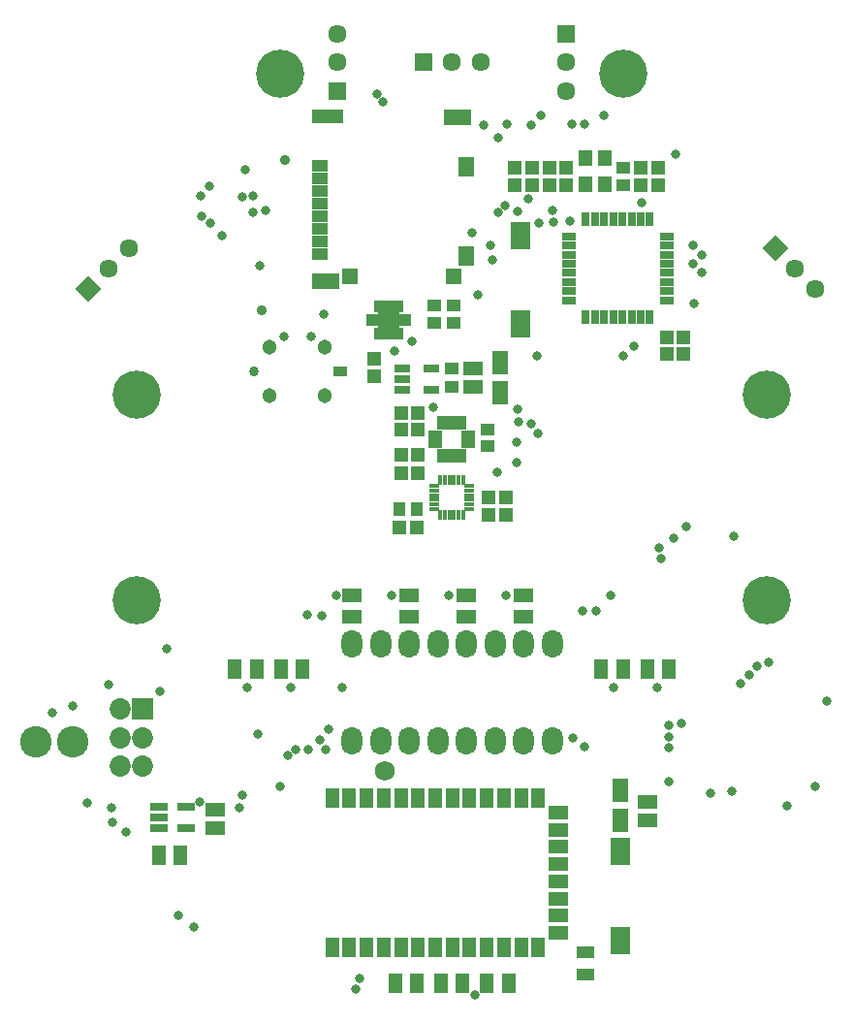
<source format=gbs>
G04*
G04 #@! TF.GenerationSoftware,Altium Limited,Altium Designer,19.1.5 (86)*
G04*
G04 Layer_Color=16711935*
%FSLAX25Y25*%
%MOIN*%
G70*
G01*
G75*
%ADD73R,0.06312X0.04343*%
%ADD75R,0.04619X0.04895*%
%ADD82R,0.04737X0.04147*%
%ADD83R,0.04895X0.04619*%
%ADD87R,0.06509X0.04737*%
%ADD88R,0.05721X0.07887*%
%ADD89R,0.07099X0.09422*%
%ADD90R,0.06587X0.04816*%
%ADD91R,0.04343X0.04540*%
%ADD92R,0.04540X0.04343*%
%ADD106R,0.04737X0.06509*%
%ADD108C,0.05131*%
%ADD109C,0.03398*%
%ADD110C,0.03084*%
%ADD111C,0.06343*%
%ADD112R,0.06343X0.06343*%
%ADD113R,0.06343X0.06343*%
%ADD114P,0.08971X4X360.0*%
%ADD115P,0.08971X4X90.0*%
%ADD116R,0.07296X0.07296*%
%ADD117C,0.07296*%
%ADD118C,0.16548*%
%ADD119C,0.03162*%
%ADD120C,0.06800*%
%ADD121C,0.03556*%
%ADD164C,0.10800*%
%ADD165R,0.01666X0.03320*%
%ADD166R,0.03320X0.01666*%
%ADD167R,0.05682X0.03950*%
%ADD168R,0.10642X0.04540*%
%ADD169R,0.09461X0.05328*%
%ADD170R,0.05721X0.05367*%
%ADD171R,0.05524X0.05367*%
%ADD172R,0.05328X0.06706*%
%ADD173R,0.01981X0.04737*%
%ADD174R,0.04737X0.01981*%
%ADD175R,0.04973X0.05564*%
%ADD176R,0.05131X0.02572*%
%ADD177R,0.02572X0.05131*%
%ADD178R,0.07296X0.05328*%
%ADD179R,0.03871X0.01863*%
%ADD180R,0.01863X0.03871*%
%ADD181R,0.05800X0.03000*%
%ADD182R,0.06000X0.03000*%
%ADD183O,0.07099X0.09658*%
%ADD184R,0.04737X0.06706*%
%ADD185R,0.06706X0.04737*%
G36*
X-36001Y41772D02*
X-40748D01*
Y44845D01*
X-36001D01*
Y41772D01*
D02*
G37*
D73*
X45850Y-163890D02*
D03*
Y-156410D02*
D03*
D75*
X70866Y113150D02*
D03*
Y107323D02*
D03*
X64961Y113150D02*
D03*
Y107323D02*
D03*
X39370Y113150D02*
D03*
Y107323D02*
D03*
X33465D02*
D03*
Y113150D02*
D03*
X27559Y107323D02*
D03*
Y113150D02*
D03*
X21654Y107323D02*
D03*
Y113150D02*
D03*
X-26700Y47513D02*
D03*
Y41687D02*
D03*
D82*
X71Y44246D02*
D03*
Y37946D02*
D03*
D83*
X79685Y55118D02*
D03*
X73858D02*
D03*
X79685Y49449D02*
D03*
X73858D02*
D03*
X-11638Y28900D02*
D03*
X-17465D02*
D03*
X-11638Y23367D02*
D03*
X-17465D02*
D03*
X18555Y-91D02*
D03*
X12728D02*
D03*
X18555Y-5984D02*
D03*
X12728D02*
D03*
X-18013Y-10500D02*
D03*
X-12187D02*
D03*
X-11638Y8450D02*
D03*
X-17465D02*
D03*
Y14600D02*
D03*
X-11638D02*
D03*
D87*
X4843Y-41142D02*
D03*
Y-33661D02*
D03*
X24528Y-41142D02*
D03*
Y-33661D02*
D03*
X-34528Y-41142D02*
D03*
Y-33661D02*
D03*
X-14842Y-41142D02*
D03*
Y-33661D02*
D03*
D88*
X16689Y46175D02*
D03*
Y35939D02*
D03*
X57803Y-111065D02*
D03*
Y-100828D02*
D03*
D89*
X23622Y90102D02*
D03*
Y59503D02*
D03*
X57803Y-121602D02*
D03*
Y-152202D02*
D03*
D90*
X7248Y37868D02*
D03*
Y44246D02*
D03*
X-81524Y-107346D02*
D03*
Y-113724D02*
D03*
X67335Y-104687D02*
D03*
Y-111065D02*
D03*
D91*
X-18053Y-4150D02*
D03*
X-12147D02*
D03*
D92*
X59055Y107283D02*
D03*
Y113189D02*
D03*
X500Y60047D02*
D03*
Y65953D02*
D03*
X-5913D02*
D03*
Y60047D02*
D03*
X12400Y23405D02*
D03*
Y17500D02*
D03*
D106*
X-67126Y-59055D02*
D03*
X-74606D02*
D03*
X-58858D02*
D03*
X-51378D02*
D03*
X58858D02*
D03*
X51378D02*
D03*
X67126D02*
D03*
X74606D02*
D03*
X19488Y-166945D02*
D03*
X12008D02*
D03*
X-93227Y-123100D02*
D03*
X-100708D02*
D03*
X-19488Y-166945D02*
D03*
X-12008D02*
D03*
X3740D02*
D03*
X-3740D02*
D03*
D108*
X-43701Y34843D02*
D03*
X-62598D02*
D03*
X-43701Y51772D02*
D03*
X-62598D02*
D03*
D109*
X-67913Y43307D02*
D03*
D110*
X-38386D02*
D03*
D111*
X9843Y149606D02*
D03*
X0D02*
D03*
X39370Y139764D02*
D03*
Y149606D02*
D03*
X-39370Y159449D02*
D03*
Y149606D02*
D03*
X125070Y71780D02*
D03*
X118110Y78740D02*
D03*
X-111151Y85700D02*
D03*
X-118110Y78740D02*
D03*
D112*
X-9843Y149606D02*
D03*
D113*
X39370Y159449D02*
D03*
X-39370Y139764D02*
D03*
D114*
X111151Y85700D02*
D03*
D115*
X-125070Y71780D02*
D03*
D116*
X-106299Y-72835D02*
D03*
D117*
Y-82677D02*
D03*
X-114173D02*
D03*
Y-72835D02*
D03*
Y-92520D02*
D03*
X-106299D02*
D03*
D118*
X-108268Y35433D02*
D03*
X108268D02*
D03*
Y-35433D02*
D03*
X-108268Y-35433D02*
D03*
X-59055Y145669D02*
D03*
X59055D02*
D03*
D119*
X-66140Y79718D02*
D03*
X-88850Y-147850D02*
D03*
X-94050Y-143600D02*
D03*
X-111900Y-115050D02*
D03*
X-116550Y-111550D02*
D03*
X-44100Y62992D02*
D03*
X-48524Y55450D02*
D03*
X-57776D02*
D03*
X35000Y94650D02*
D03*
X40650Y95000D02*
D03*
X23622Y59503D02*
D03*
X-13800Y53800D02*
D03*
X-6450Y31100D02*
D03*
X83250Y66800D02*
D03*
X13900Y81653D02*
D03*
X13400Y86550D02*
D03*
X11050Y128000D02*
D03*
X30550Y131150D02*
D03*
X41200Y128200D02*
D03*
X16000Y123650D02*
D03*
X19000Y128300D02*
D03*
X29450Y48750D02*
D03*
X-19850Y50450D02*
D03*
X27300Y127850D02*
D03*
X30000Y94400D02*
D03*
X65450Y101200D02*
D03*
X22650Y30250D02*
D03*
X22800Y25950D02*
D03*
X27400Y25450D02*
D03*
X22300Y18950D02*
D03*
X29600Y22100D02*
D03*
X83000Y86614D02*
D03*
X86100Y77165D02*
D03*
X83000Y80315D02*
D03*
X86100Y83465D02*
D03*
X96850Y-13200D02*
D03*
X80650Y-9950D02*
D03*
X-86600Y-104750D02*
D03*
X-98071Y-51886D02*
D03*
X108800Y-56600D02*
D03*
X74650Y-97600D02*
D03*
X-37550Y-65450D02*
D03*
X-45400Y-83200D02*
D03*
X-56500Y-88550D02*
D03*
X104900Y-57900D02*
D03*
X102350Y-60950D02*
D03*
X99450Y-63900D02*
D03*
X74750Y-86000D02*
D03*
Y-82200D02*
D03*
X-49250Y-86650D02*
D03*
X-53600D02*
D03*
X-72200Y-102250D02*
D03*
X-73050Y-106850D02*
D03*
X-59150Y-99500D02*
D03*
X74750Y-78400D02*
D03*
X-66750Y-81250D02*
D03*
X7874Y-171063D02*
D03*
X115200Y-106050D02*
D03*
X76378Y-14161D02*
D03*
X54626Y-33661D02*
D03*
X18750D02*
D03*
X-933D02*
D03*
X-20617D02*
D03*
X-39862D02*
D03*
X89114Y-101636D02*
D03*
X129100Y-70150D02*
D03*
X79114Y-77850D02*
D03*
X-31600Y-165200D02*
D03*
X70492Y-65500D02*
D03*
X55492D02*
D03*
X-70492D02*
D03*
X-55492D02*
D03*
X45500Y-85700D02*
D03*
X41650Y-82750D02*
D03*
X-42300Y-79800D02*
D03*
X-43450Y-86650D02*
D03*
X-125221Y-104921D02*
D03*
X-100421Y-66837D02*
D03*
X-118165Y-64220D02*
D03*
X-116882Y-106665D02*
D03*
X-68504Y98071D02*
D03*
X6862Y90811D02*
D03*
X52157Y131150D02*
D03*
X45520Y128264D02*
D03*
X-130354Y-71689D02*
D03*
X96126Y-100988D02*
D03*
X124921Y-99248D02*
D03*
X-82945Y94236D02*
D03*
X22724Y98158D02*
D03*
X8925Y69555D02*
D03*
X-23661Y136020D02*
D03*
X-25819Y138697D02*
D03*
X-137287Y-74138D02*
D03*
X-85984Y96539D02*
D03*
X-86286Y103484D02*
D03*
X-33075Y-169146D02*
D03*
X-71130Y112539D02*
D03*
X71945Y-21185D02*
D03*
X71382Y-17492D02*
D03*
X-63925Y98583D02*
D03*
X-71925Y103146D02*
D03*
X-68496Y103685D02*
D03*
X-83497Y106846D02*
D03*
X-78922Y89856D02*
D03*
X-49630Y-40413D02*
D03*
X-44772Y-40559D02*
D03*
X34583Y98516D02*
D03*
X26166Y102483D02*
D03*
X45016Y-39102D02*
D03*
X49689Y-39177D02*
D03*
X18305Y100399D02*
D03*
X16043Y97905D02*
D03*
X76925Y118079D02*
D03*
X62535Y51941D02*
D03*
X59075Y48791D02*
D03*
X15776Y8709D02*
D03*
X22354Y11961D02*
D03*
D120*
X-23100Y-94100D02*
D03*
D121*
X-57256Y116079D02*
D03*
X-65374Y64264D02*
D03*
D164*
X-130500Y-84100D02*
D03*
X-143000D02*
D03*
D165*
X3937Y6083D02*
D03*
X2362D02*
D03*
X787D02*
D03*
X-787D02*
D03*
X-2362D02*
D03*
X-3937D02*
D03*
Y-6083D02*
D03*
X-2362D02*
D03*
X-787D02*
D03*
X787D02*
D03*
X2362D02*
D03*
X3937D02*
D03*
D166*
X-6083Y3937D02*
D03*
Y2362D02*
D03*
Y787D02*
D03*
Y-787D02*
D03*
Y-2362D02*
D03*
Y-3937D02*
D03*
X6083D02*
D03*
Y-2362D02*
D03*
Y-787D02*
D03*
Y787D02*
D03*
Y2362D02*
D03*
Y3937D02*
D03*
D167*
X-45287Y113862D02*
D03*
Y109531D02*
D03*
Y105201D02*
D03*
Y100870D02*
D03*
Y96539D02*
D03*
Y92209D02*
D03*
Y87878D02*
D03*
Y83547D02*
D03*
D168*
X-42807Y130968D02*
D03*
D169*
X-43398Y74315D02*
D03*
X1799Y130575D02*
D03*
D170*
X-34933Y75910D02*
D03*
D171*
X500D02*
D03*
D172*
X4929Y113626D02*
D03*
Y82996D02*
D03*
D173*
X-3937Y25709D02*
D03*
X-1969D02*
D03*
X0D02*
D03*
X1969D02*
D03*
X3937D02*
D03*
Y14291D02*
D03*
X1969D02*
D03*
X0D02*
D03*
X-1969D02*
D03*
X-3937D02*
D03*
D174*
X5709Y21969D02*
D03*
Y20000D02*
D03*
Y18032D02*
D03*
X-5709D02*
D03*
Y20000D02*
D03*
Y21969D02*
D03*
D175*
X52461Y107677D02*
D03*
Y116732D02*
D03*
X45965D02*
D03*
Y107677D02*
D03*
D176*
X40354Y89764D02*
D03*
Y86614D02*
D03*
Y83465D02*
D03*
Y80315D02*
D03*
Y77165D02*
D03*
Y74016D02*
D03*
Y70866D02*
D03*
Y67716D02*
D03*
X73819D02*
D03*
Y70866D02*
D03*
Y74016D02*
D03*
Y77165D02*
D03*
Y80315D02*
D03*
Y83465D02*
D03*
Y86614D02*
D03*
Y89764D02*
D03*
D177*
X46063Y62008D02*
D03*
X49213D02*
D03*
X52362D02*
D03*
X55512D02*
D03*
X58661D02*
D03*
X61811D02*
D03*
X64961D02*
D03*
X68110D02*
D03*
Y95472D02*
D03*
X64961D02*
D03*
X61811D02*
D03*
X58661D02*
D03*
X55512D02*
D03*
X52362D02*
D03*
X49213D02*
D03*
X46063D02*
D03*
D178*
X-21654Y61024D02*
D03*
D179*
X-27402Y60039D02*
D03*
X-15905D02*
D03*
Y62008D02*
D03*
X-27402D02*
D03*
D180*
X-25591Y56260D02*
D03*
X-23622D02*
D03*
X-21654D02*
D03*
X-19685D02*
D03*
X-17717D02*
D03*
Y65787D02*
D03*
X-19685D02*
D03*
X-21654D02*
D03*
X-23622D02*
D03*
X-25591D02*
D03*
D181*
X-6943Y36846D02*
D03*
Y44246D02*
D03*
X-17143D02*
D03*
Y40546D02*
D03*
Y36846D02*
D03*
D182*
X-91308Y-113724D02*
D03*
Y-106244D02*
D03*
X-100708D02*
D03*
Y-109984D02*
D03*
Y-113724D02*
D03*
D183*
X-34528Y-83661D02*
D03*
X-24528D02*
D03*
Y-50197D02*
D03*
X-34528D02*
D03*
X-14842Y-83661D02*
D03*
X-4843D02*
D03*
Y-50197D02*
D03*
X-14842D02*
D03*
X4843Y-83661D02*
D03*
X14842D02*
D03*
Y-50197D02*
D03*
X4843D02*
D03*
X24528Y-83661D02*
D03*
X34528D02*
D03*
Y-50197D02*
D03*
X24528D02*
D03*
D184*
X-41161Y-154642D02*
D03*
X-35256D02*
D03*
X-29350D02*
D03*
X-23445D02*
D03*
X-17539D02*
D03*
X-11634D02*
D03*
X-5728D02*
D03*
X177D02*
D03*
X6083D02*
D03*
X11988D02*
D03*
X17894D02*
D03*
X23799D02*
D03*
X29705D02*
D03*
Y-103461D02*
D03*
X23799D02*
D03*
X17894D02*
D03*
X11988D02*
D03*
X6083D02*
D03*
X177D02*
D03*
X-5728D02*
D03*
X-11634D02*
D03*
X-17539D02*
D03*
X-23445D02*
D03*
X-29350D02*
D03*
X-35256D02*
D03*
X-41161D02*
D03*
D185*
X36595Y-149721D02*
D03*
Y-143815D02*
D03*
Y-137909D02*
D03*
Y-132004D02*
D03*
Y-126098D02*
D03*
Y-120193D02*
D03*
Y-114287D02*
D03*
Y-108382D02*
D03*
M02*

</source>
